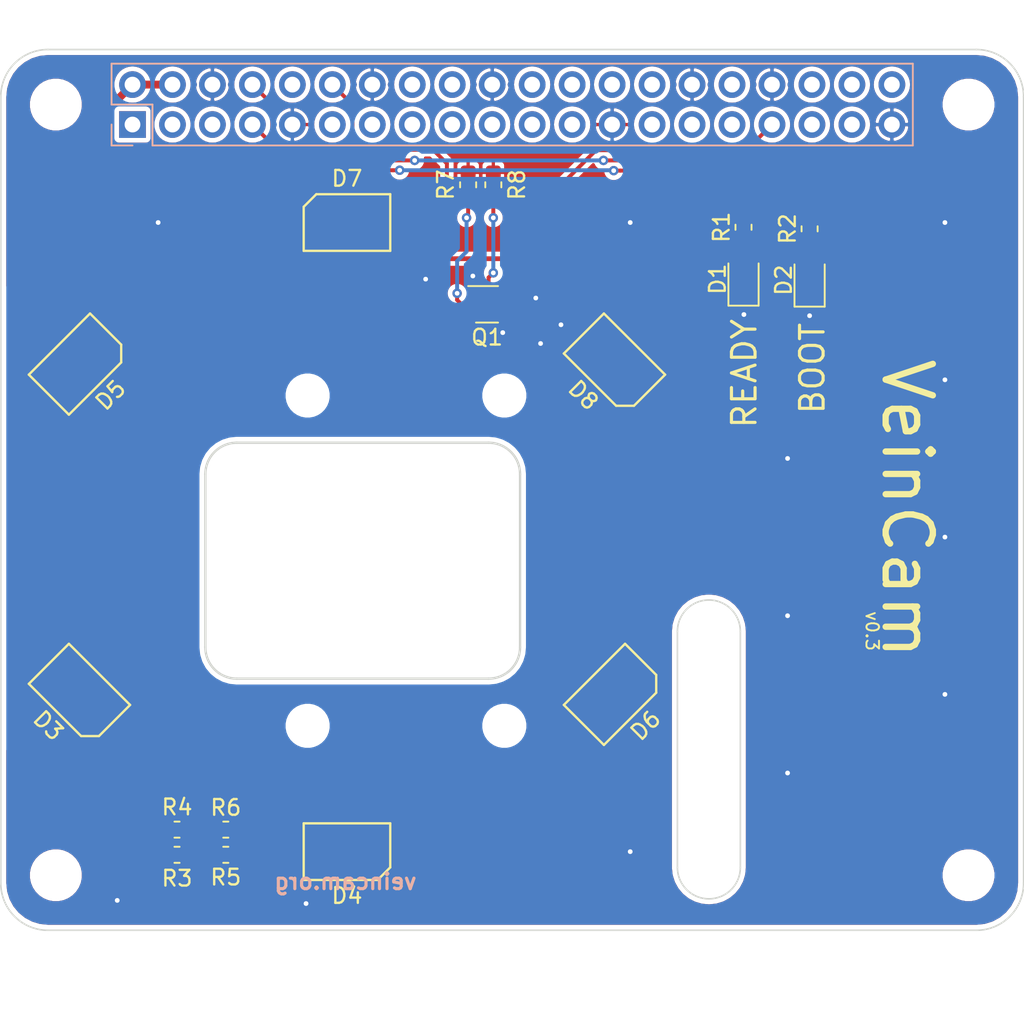
<source format=kicad_pcb>
(kicad_pcb (version 20171130) (host pcbnew "(5.1.0)-1")
  (title_block (date "15 nov 2012"))
  (layers (0 F.Cu signal) (31 B.Cu signal) (34 B.Paste user) (35 F.Paste user) (36 B.SilkS user) (37 F.SilkS user) (38 B.Mask user) (39 F.Mask user) (44 Edge.Cuts user))
  (net 0 "")
  (net 1 +5V)
  (net 2 GND)
  (net 3 "Net-(D1-Pad2)")
  (net 4 "Net-(D2-Pad2)")
  (net 5 "Net-(D3-Pad1)")
  (net 6 "Net-(D3-Pad3)")
  (net 7 "Net-(D4-Pad3)")
  (net 8 "Net-(D4-Pad1)")
  (net 9 "Net-(D5-Pad3)")
  (net 10 "Net-(D5-Pad1)")
  (net 11 /LED_READY)
  (net 12 /LED_BOOT)
  (net 13 /LED_940)
  (net 14 /LED_850)
  (net 15 "Net-(D3-Pad2)")
  (net 16 "Net-(D3-Pad4)")
  (net 17 "Net-(D4-Pad4)")
  (net 18 "Net-(D4-Pad2)")
  (net 19 "Net-(D6-Pad1)")
  (net 20 "Net-(D6-Pad3)")
  (net 21 "Net-(D7-Pad1)")
  (net 22 "Net-(D7-Pad3)")
  (net 23 "Net-(J1-Pad1)")
  (net 24 "Net-(J1-Pad3)")
  (net 25 "Net-(J1-Pad5)")
  (net 26 "Net-(J1-Pad10)")
  (net 27 "Net-(J1-Pad11)")
  (net 28 "Net-(J1-Pad13)")
  (net 29 "Net-(J1-Pad15)")
  (net 30 "Net-(J1-Pad16)")
  (net 31 "Net-(J1-Pad17)")
  (net 32 "Net-(J1-Pad18)")
  (net 33 "Net-(J1-Pad19)")
  (net 34 "Net-(J1-Pad21)")
  (net 35 "Net-(J1-Pad22)")
  (net 36 "Net-(J1-Pad23)")
  (net 37 "Net-(J1-Pad24)")
  (net 38 "Net-(J1-Pad26)")
  (net 39 "Net-(J1-Pad27)")
  (net 40 "Net-(J1-Pad28)")
  (net 41 "Net-(J1-Pad29)")
  (net 42 "Net-(J1-Pad31)")
  (net 43 "Net-(J1-Pad32)")
  (net 44 "Net-(J1-Pad35)")
  (net 45 "Net-(J1-Pad36)")
  (net 46 "Net-(J1-Pad37)")
  (net 47 "Net-(J1-Pad38)")
  (net 48 "Net-(J1-Pad40)")
  (module Connector_PinSocket_2.54mm:PinSocket_2x20_P2.54mm_Vertical (layer B.Cu) (at 208.37 98.77 270)
    (fp_text reference J1)
    (fp_text value Raspberry_Pi_2_3)
    (fp_line (start -3.87 1.33) (end -1.27 1.33) (layer B.SilkS) (width 0.12))
    (fp_line (start -3.87 1.33) (end -3.87 -49.59) (layer B.SilkS) (width 0.12))
    (fp_line (start -3.87 -49.59) (end 1.33 -49.59) (layer B.SilkS) (width 0.12))
    (fp_line (start 1.33 -1.27) (end 1.33 -49.59) (layer B.SilkS) (width 0.12))
    (fp_line (start -1.27 -1.27) (end 1.33 -1.27) (layer B.SilkS) (width 0.12))
    (fp_line (start -1.27 1.33) (end -1.27 -1.27) (layer B.SilkS) (width 0.12))
    (fp_line (start 1.33 1.33) (end 1.33 0) (layer B.SilkS) (width 0.12))
    (fp_line (start 0 1.33) (end 1.33 1.33) (layer B.SilkS) (width 0.12))
    (pad 1 thru_hole rect (at 0 0 270) (size 1.7 1.7) (drill 1) (layers *.Cu *.Mask) (net 23 "Net-(J1-Pad1)"))
    (pad 2 thru_hole oval (at -2.54 0 270) (size 1.7 1.7) (drill 1) (layers *.Cu *.Mask) (net 1 +5V))
    (pad 3 thru_hole oval (at 0 -2.54 270) (size 1.7 1.7) (drill 1) (layers *.Cu *.Mask) (net 24 "Net-(J1-Pad3)"))
    (pad 4 thru_hole oval (at -2.54 -2.54 270) (size 1.7 1.7) (drill 1) (layers *.Cu *.Mask) (net 1 +5V))
    (pad 5 thru_hole oval (at 0 -5.08 270) (size 1.7 1.7) (drill 1) (layers *.Cu *.Mask) (net 25 "Net-(J1-Pad5)"))
    (pad 6 thru_hole oval (at -2.54 -5.08 270) (size 1.7 1.7) (drill 1) (layers *.Cu *.Mask) (net 2 GND))
    (pad 7 thru_hole oval (at 0 -7.62 270) (size 1.7 1.7) (drill 1) (layers *.Cu *.Mask) (net 11 /LED_READY))
    (pad 8 thru_hole oval (at -2.54 -7.62 270) (size 1.7 1.7) (drill 1) (layers *.Cu *.Mask) (net 12 /LED_BOOT))
    (pad 9 thru_hole oval (at 0 -10.16 270) (size 1.7 1.7) (drill 1) (layers *.Cu *.Mask) (net 2 GND))
    (pad 10 thru_hole oval (at -2.54 -10.16 270) (size 1.7 1.7) (drill 1) (layers *.Cu *.Mask) (net 26 "Net-(J1-Pad10)"))
    (pad 11 thru_hole oval (at 0 -12.7 270) (size 1.7 1.7) (drill 1) (layers *.Cu *.Mask) (net 27 "Net-(J1-Pad11)"))
    (pad 12 thru_hole oval (at -2.54 -12.7 270) (size 1.7 1.7) (drill 1) (layers *.Cu *.Mask) (net 13 /LED_940))
    (pad 13 thru_hole oval (at 0 -15.24 270) (size 1.7 1.7) (drill 1) (layers *.Cu *.Mask) (net 28 "Net-(J1-Pad13)"))
    (pad 14 thru_hole oval (at -2.54 -15.24 270) (size 1.7 1.7) (drill 1) (layers *.Cu *.Mask) (net 2 GND))
    (pad 15 thru_hole oval (at 0 -17.78 270) (size 1.7 1.7) (drill 1) (layers *.Cu *.Mask) (net 29 "Net-(J1-Pad15)"))
    (pad 16 thru_hole oval (at -2.54 -17.78 270) (size 1.7 1.7) (drill 1) (layers *.Cu *.Mask) (net 30 "Net-(J1-Pad16)"))
    (pad 17 thru_hole oval (at 0 -20.32 270) (size 1.7 1.7) (drill 1) (layers *.Cu *.Mask) (net 31 "Net-(J1-Pad17)"))
    (pad 18 thru_hole oval (at -2.54 -20.32 270) (size 1.7 1.7) (drill 1) (layers *.Cu *.Mask) (net 32 "Net-(J1-Pad18)"))
    (pad 19 thru_hole oval (at 0 -22.86 270) (size 1.7 1.7) (drill 1) (layers *.Cu *.Mask) (net 33 "Net-(J1-Pad19)"))
    (pad 20 thru_hole oval (at -2.54 -22.86 270) (size 1.7 1.7) (drill 1) (layers *.Cu *.Mask) (net 2 GND))
    (pad 21 thru_hole oval (at 0 -25.4 270) (size 1.7 1.7) (drill 1) (layers *.Cu *.Mask) (net 34 "Net-(J1-Pad21)"))
    (pad 22 thru_hole oval (at -2.54 -25.4 270) (size 1.7 1.7) (drill 1) (layers *.Cu *.Mask) (net 35 "Net-(J1-Pad22)"))
    (pad 23 thru_hole oval (at 0 -27.94 270) (size 1.7 1.7) (drill 1) (layers *.Cu *.Mask) (net 36 "Net-(J1-Pad23)"))
    (pad 24 thru_hole oval (at -2.54 -27.94 270) (size 1.7 1.7) (drill 1) (layers *.Cu *.Mask) (net 37 "Net-(J1-Pad24)"))
    (pad 25 thru_hole oval (at 0 -30.48 270) (size 1.7 1.7) (drill 1) (layers *.Cu *.Mask) (net 2 GND))
    (pad 26 thru_hole oval (at -2.54 -30.48 270) (size 1.7 1.7) (drill 1) (layers *.Cu *.Mask) (net 38 "Net-(J1-Pad26)"))
    (pad 27 thru_hole oval (at 0 -33.02 270) (size 1.7 1.7) (drill 1) (layers *.Cu *.Mask) (net 39 "Net-(J1-Pad27)"))
    (pad 28 thru_hole oval (at -2.54 -33.02 270) (size 1.7 1.7) (drill 1) (layers *.Cu *.Mask) (net 40 "Net-(J1-Pad28)"))
    (pad 29 thru_hole oval (at 0 -35.56 270) (size 1.7 1.7) (drill 1) (layers *.Cu *.Mask) (net 41 "Net-(J1-Pad29)"))
    (pad 30 thru_hole oval (at -2.54 -35.56 270) (size 1.7 1.7) (drill 1) (layers *.Cu *.Mask) (net 2 GND))
    (pad 31 thru_hole oval (at 0 -38.1 270) (size 1.7 1.7) (drill 1) (layers *.Cu *.Mask) (net 42 "Net-(J1-Pad31)"))
    (pad 32 thru_hole oval (at -2.54 -38.1 270) (size 1.7 1.7) (drill 1) (layers *.Cu *.Mask) (net 43 "Net-(J1-Pad32)"))
    (pad 33 thru_hole oval (at 0 -40.64 270) (size 1.7 1.7) (drill 1) (layers *.Cu *.Mask) (net 14 /LED_850))
    (pad 34 thru_hole oval (at -2.54 -40.64 270) (size 1.7 1.7) (drill 1) (layers *.Cu *.Mask) (net 2 GND))
    (pad 35 thru_hole oval (at 0 -43.18 270) (size 1.7 1.7) (drill 1) (layers *.Cu *.Mask) (net 44 "Net-(J1-Pad35)"))
    (pad 36 thru_hole oval (at -2.54 -43.18 270) (size 1.7 1.7) (drill 1) (layers *.Cu *.Mask) (net 45 "Net-(J1-Pad36)"))
    (pad 37 thru_hole oval (at 0 -45.72 270) (size 1.7 1.7) (drill 1) (layers *.Cu *.Mask) (net 46 "Net-(J1-Pad37)"))
    (pad 38 thru_hole oval (at -2.54 -45.72 270) (size 1.7 1.7) (drill 1) (layers *.Cu *.Mask) (net 47 "Net-(J1-Pad38)"))
    (pad 39 thru_hole oval (at 0 -48.26 270) (size 1.7 1.7) (drill 1) (layers *.Cu *.Mask) (net 2 GND))
    (pad 40 thru_hole oval (at -2.54 -48.26 270) (size 1.7 1.7) (drill 1) (layers *.Cu *.Mask) (net 48 "Net-(J1-Pad40)"))
  )
  (module VeinCam_Footprints:SFH7252 (layer F.Cu) (at 205 135 45)
    (fp_text reference D3 (at -2.8 0 135) (layer F.SilkS))
    (fp_text value SFH7252)
    (fp_line (start -1 2.75) (end -1.8 1.95) (layer F.SilkS) (width 0.15))
    (fp_line (start -1.8 1.95) (end -1.8 -2.75) (layer F.SilkS) (width 0.15))
    (fp_line (start -1.8 -2.75) (end 1.8 -2.75) (layer F.SilkS) (width 0.15))
    (fp_line (start 1.8 -2.75) (end 1.8 2.75) (layer F.SilkS) (width 0.15))
    (fp_line (start 1.8 2.75) (end -1 2.75) (layer F.SilkS) (width 0.15))
    (pad 2 smd rect (at -0.750001 -1.4 45) (size 1.1 1.7) (layers F.Cu F.Paste F.Mask) (net 15 "Net-(D3-Pad2)"))
    (pad 1 smd rect (at -0.750001 1.4 45) (size 1.1 1.7) (layers F.Cu F.Paste F.Mask) (net 5 "Net-(D3-Pad1)"))
    (pad 3 smd rect (at 0.750001 -1.4 45) (size 1.1 1.7) (layers F.Cu F.Paste F.Mask) (net 6 "Net-(D3-Pad3)"))
    (pad 4 smd rect (at 0.750001 1.4 45) (size 1.1 1.7) (layers F.Cu F.Paste F.Mask) (net 16 "Net-(D3-Pad4)"))
  )
  (module VeinCam_Footprints:SFH7252 (layer F.Cu) (at 222 145 90)
    (fp_text reference D4 (at -2.8 0 180) (layer F.SilkS))
    (fp_text value SFH7252)
    (fp_line (start 1.8 2.75) (end -1 2.75) (layer F.SilkS) (width 0.15))
    (fp_line (start 1.8 -2.75) (end 1.8 2.75) (layer F.SilkS) (width 0.15))
    (fp_line (start -1.8 -2.75) (end 1.8 -2.75) (layer F.SilkS) (width 0.15))
    (fp_line (start -1.8 1.95) (end -1.8 -2.75) (layer F.SilkS) (width 0.15))
    (fp_line (start -1 2.75) (end -1.8 1.95) (layer F.SilkS) (width 0.15))
    (pad 4 smd rect (at 0.750001 1.4 90) (size 1.1 1.7) (layers F.Cu F.Paste F.Mask) (net 17 "Net-(D4-Pad4)"))
    (pad 3 smd rect (at 0.750001 -1.4 90) (size 1.1 1.7) (layers F.Cu F.Paste F.Mask) (net 7 "Net-(D4-Pad3)"))
    (pad 1 smd rect (at -0.750001 1.4 90) (size 1.1 1.7) (layers F.Cu F.Paste F.Mask) (net 8 "Net-(D4-Pad1)"))
    (pad 2 smd rect (at -0.750001 -1.4 90) (size 1.1 1.7) (layers F.Cu F.Paste F.Mask) (net 18 "Net-(D4-Pad2)"))
  )
  (module VeinCam_Footprints:SFH7252 (layer F.Cu) (at 205 114 135)
    (fp_text reference D5 (at -2.8 0 225) (layer F.SilkS))
    (fp_text value SFH7252)
    (fp_line (start 1.8 2.75) (end -1 2.75) (layer F.SilkS) (width 0.15))
    (fp_line (start 1.8 -2.75) (end 1.8 2.75) (layer F.SilkS) (width 0.15))
    (fp_line (start -1.8 -2.75) (end 1.8 -2.75) (layer F.SilkS) (width 0.15))
    (fp_line (start -1.8 1.95) (end -1.8 -2.75) (layer F.SilkS) (width 0.15))
    (fp_line (start -1 2.75) (end -1.8 1.95) (layer F.SilkS) (width 0.15))
    (pad 4 smd rect (at 0.750001 1.4 135) (size 1.1 1.7) (layers F.Cu F.Paste F.Mask) (net 6 "Net-(D3-Pad3)"))
    (pad 3 smd rect (at 0.750001 -1.4 135) (size 1.1 1.7) (layers F.Cu F.Paste F.Mask) (net 9 "Net-(D5-Pad3)"))
    (pad 1 smd rect (at -0.750001 1.4 135) (size 1.1 1.7) (layers F.Cu F.Paste F.Mask) (net 10 "Net-(D5-Pad1)"))
    (pad 2 smd rect (at -0.750001 -1.4 135) (size 1.1 1.7) (layers F.Cu F.Paste F.Mask) (net 5 "Net-(D3-Pad1)"))
  )
  (module VeinCam_Footprints:SFH7252 (layer F.Cu) (at 239 135 135)
    (fp_text reference D6 (at -2.8 0 225) (layer F.SilkS))
    (fp_text value SFH7252)
    (fp_line (start -1 2.75) (end -1.8 1.95) (layer F.SilkS) (width 0.15))
    (fp_line (start -1.8 1.95) (end -1.8 -2.75) (layer F.SilkS) (width 0.15))
    (fp_line (start -1.8 -2.75) (end 1.8 -2.75) (layer F.SilkS) (width 0.15))
    (fp_line (start 1.8 -2.75) (end 1.8 2.75) (layer F.SilkS) (width 0.15))
    (fp_line (start 1.8 2.75) (end -1 2.75) (layer F.SilkS) (width 0.15))
    (pad 2 smd rect (at -0.750001 -1.4 135) (size 1.1 1.7) (layers F.Cu F.Paste F.Mask) (net 8 "Net-(D4-Pad1)"))
    (pad 1 smd rect (at -0.750001 1.4 135) (size 1.1 1.7) (layers F.Cu F.Paste F.Mask) (net 19 "Net-(D6-Pad1)"))
    (pad 3 smd rect (at 0.750001 -1.4 135) (size 1.1 1.7) (layers F.Cu F.Paste F.Mask) (net 20 "Net-(D6-Pad3)"))
    (pad 4 smd rect (at 0.750001 1.4 135) (size 1.1 1.7) (layers F.Cu F.Paste F.Mask) (net 7 "Net-(D4-Pad3)"))
  )
  (module MountingHole:MountingHole_2.7mm_M2.5 (layer F.Cu) (at 203.5 97.5)
    (fp_text reference H1)
    (fp_text value MountingHole)
    (pad 1 np_thru_hole circle (at 0 0) (size 2.7 2.7) (drill 2.7) (layers *.Cu *.Mask))
  )
  (module MountingHole:MountingHole_2.7mm_M2.5 (layer F.Cu) (at 203.5 146.5)
    (fp_text reference H2)
    (fp_text value MountingHole)
    (pad 1 np_thru_hole circle (at 0 0) (size 2.7 2.7) (drill 2.7) (layers *.Cu *.Mask))
  )
  (module MountingHole:MountingHole_2.7mm_M2.5 (layer F.Cu) (at 261.5 146.5)
    (fp_text reference H3)
    (fp_text value MountingHole)
    (pad 1 np_thru_hole circle (at 0 0) (size 2.7 2.7) (drill 2.7) (layers *.Cu *.Mask))
  )
  (module MountingHole:MountingHole_2.7mm_M2.5 (layer F.Cu) (at 261.5 97.5)
    (fp_text reference H4)
    (fp_text value MountingHole)
    (pad 1 np_thru_hole circle (at 0 0) (size 2.7 2.7) (drill 2.7) (layers *.Cu *.Mask))
  )
  (module Package_TO_SOT_SMD:SOT-363_SC-70-6 (layer F.Cu) (at 230.9 110.2)
    (fp_text reference Q1 (at 0 2.1) (layer F.SilkS))
    (fp_text value NTJD4001N)
    (fp_line (start 0.7 -1.16) (end -1.2 -1.16) (layer F.SilkS) (width 0.12))
    (fp_line (start -0.7 1.16) (end 0.7 1.16) (layer F.SilkS) (width 0.12))
    (pad 1 smd rect (at -0.95 -0.65) (size 0.65 0.4) (layers F.Cu F.Paste F.Mask) (net 2 GND))
    (pad 3 smd rect (at -0.95 0.65) (size 0.65 0.4) (layers F.Cu F.Paste F.Mask) (net 21 "Net-(D7-Pad1)"))
    (pad 5 smd rect (at 0.95 0) (size 0.65 0.4) (layers F.Cu F.Paste F.Mask) (net 14 /LED_850))
    (pad 2 smd rect (at -0.95 0) (size 0.65 0.4) (layers F.Cu F.Paste F.Mask) (net 13 /LED_940))
    (pad 4 smd rect (at 0.95 0.65) (size 0.65 0.4) (layers F.Cu F.Paste F.Mask) (net 2 GND))
    (pad 6 smd rect (at 0.95 -0.65) (size 0.65 0.4) (layers F.Cu F.Paste F.Mask) (net 22 "Net-(D7-Pad3)"))
  )
  (module Resistor_SMD:R_0603_1608Metric (layer F.Cu) (at 247.2 105.3 270)
    (fp_text reference R1 (at 0 1.4 270) (layer F.SilkS))
    (fp_text value 1k)
    (fp_line (start -0.162779 0.51) (end 0.162779 0.51) (layer F.SilkS) (width 0.12))
    (fp_line (start -0.162779 -0.51) (end 0.162779 -0.51) (layer F.SilkS) (width 0.12))
    (pad 2 smd roundrect (at 0.7875 0 270) (size 0.875 0.95) (layers F.Cu F.Paste F.Mask) (net 3 "Net-(D1-Pad2)"))
    (pad 1 smd roundrect (at -0.7875 0 270) (size 0.875 0.95) (layers F.Cu F.Paste F.Mask) (net 11 /LED_READY))
  )
  (module Resistor_SMD:R_0603_1608Metric (layer F.Cu) (at 251.4 105.4 270)
    (fp_text reference R2 (at 0 1.4 270) (layer F.SilkS))
    (fp_text value 1k)
    (fp_line (start -0.162779 -0.51) (end 0.162779 -0.51) (layer F.SilkS) (width 0.12))
    (fp_line (start -0.162779 0.51) (end 0.162779 0.51) (layer F.SilkS) (width 0.12))
    (pad 1 smd roundrect (at -0.7875 0 270) (size 0.875 0.95) (layers F.Cu F.Paste F.Mask) (net 12 /LED_BOOT))
    (pad 2 smd roundrect (at 0.7875 0 270) (size 0.875 0.95) (layers F.Cu F.Paste F.Mask) (net 4 "Net-(D2-Pad2)"))
  )
  (module Resistor_SMD:R_0603_1608Metric (layer F.Cu) (at 211.2 145.2)
    (fp_text reference R3 (at 0 1.5) (layer F.SilkS))
    (fp_text value 3R3)
    (fp_line (start -0.162779 0.51) (end 0.162779 0.51) (layer F.SilkS) (width 0.12))
    (fp_line (start -0.162779 -0.51) (end 0.162779 -0.51) (layer F.SilkS) (width 0.12))
    (pad 2 smd roundrect (at 0.7875 0) (size 0.875 0.95) (layers F.Cu F.Paste F.Mask) (net 1 +5V))
    (pad 1 smd roundrect (at -0.7875 0) (size 0.875 0.95) (layers F.Cu F.Paste F.Mask) (net 15 "Net-(D3-Pad2)"))
  )
  (module Resistor_SMD:R_0603_1608Metric (layer F.Cu) (at 211.2 143.6)
    (fp_text reference R4 (at 0 -1.43) (layer F.SilkS))
    (fp_text value 3R3)
    (fp_line (start -0.162779 -0.51) (end 0.162779 -0.51) (layer F.SilkS) (width 0.12))
    (fp_line (start -0.162779 0.51) (end 0.162779 0.51) (layer F.SilkS) (width 0.12))
    (pad 1 smd roundrect (at -0.7875 0) (size 0.875 0.95) (layers F.Cu F.Paste F.Mask) (net 16 "Net-(D3-Pad4)"))
    (pad 2 smd roundrect (at 0.7875 0) (size 0.875 0.95) (layers F.Cu F.Paste F.Mask) (net 1 +5V))
  )
  (module Resistor_SMD:R_0603_1608Metric (layer F.Cu) (at 214.3 145.2 180)
    (fp_text reference R5 (at 0 -1.43 180) (layer F.SilkS))
    (fp_text value 3R3)
    (fp_line (start -0.162779 0.51) (end 0.162779 0.51) (layer F.SilkS) (width 0.12))
    (fp_line (start -0.162779 -0.51) (end 0.162779 -0.51) (layer F.SilkS) (width 0.12))
    (pad 2 smd roundrect (at 0.7875 0 180) (size 0.875 0.95) (layers F.Cu F.Paste F.Mask) (net 1 +5V))
    (pad 1 smd roundrect (at -0.7875 0 180) (size 0.875 0.95) (layers F.Cu F.Paste F.Mask) (net 18 "Net-(D4-Pad2)"))
  )
  (module Resistor_SMD:R_0603_1608Metric (layer F.Cu) (at 214.3 143.6 180)
    (fp_text reference R6 (at 0 1.4 180) (layer F.SilkS))
    (fp_text value 3R3)
    (fp_line (start -0.162779 -0.51) (end 0.162779 -0.51) (layer F.SilkS) (width 0.12))
    (fp_line (start -0.162779 0.51) (end 0.162779 0.51) (layer F.SilkS) (width 0.12))
    (pad 1 smd roundrect (at -0.7875 0 180) (size 0.875 0.95) (layers F.Cu F.Paste F.Mask) (net 17 "Net-(D4-Pad4)"))
    (pad 2 smd roundrect (at 0.7875 0 180) (size 0.875 0.95) (layers F.Cu F.Paste F.Mask) (net 1 +5V))
  )
  (module Resistor_SMD:R_0603_1608Metric (layer F.Cu) (at 231.3 102.6 90)
    (fp_text reference R8 (at 0 1.5 90) (layer F.SilkS))
    (fp_text value 10k)
    (fp_line (start -0.162779 0.51) (end 0.162779 0.51) (layer F.SilkS) (width 0.12))
    (fp_line (start -0.162779 -0.51) (end 0.162779 -0.51) (layer F.SilkS) (width 0.12))
    (pad 2 smd roundrect (at 0.7875 0 90) (size 0.875 0.95) (layers F.Cu F.Paste F.Mask) (net 2 GND))
    (pad 1 smd roundrect (at -0.7875 0 90) (size 0.875 0.95) (layers F.Cu F.Paste F.Mask) (net 14 /LED_850))
  )
  (module LED_SMD:LED_0805_2012Metric (layer F.Cu) (at 247.2 108.6 90)
    (fp_text reference D1 (at 0 -1.65 90) (layer F.SilkS))
    (fp_text value "GREEN LED")
    (fp_line (start -1.685 0.96) (end 1 0.96) (layer F.SilkS) (width 0.12))
    (fp_line (start -1.685 -0.96) (end -1.685 0.96) (layer F.SilkS) (width 0.12))
    (fp_line (start 1 -0.96) (end -1.685 -0.96) (layer F.SilkS) (width 0.12))
    (pad 2 smd roundrect (at 0.9375 0 90) (size 0.975 1.4) (layers F.Cu F.Paste F.Mask) (net 3 "Net-(D1-Pad2)"))
    (pad 1 smd roundrect (at -0.9375 0 90) (size 0.975 1.4) (layers F.Cu F.Paste F.Mask) (net 2 GND))
  )
  (module LED_SMD:LED_0805_2012Metric (layer F.Cu) (at 251.4 108.6625 90)
    (fp_text reference D2 (at 0 -1.65 90) (layer F.SilkS))
    (fp_text value "RED LED")
    (fp_line (start 1 -0.96) (end -1.685 -0.96) (layer F.SilkS) (width 0.12))
    (fp_line (start -1.685 -0.96) (end -1.685 0.96) (layer F.SilkS) (width 0.12))
    (fp_line (start -1.685 0.96) (end 1 0.96) (layer F.SilkS) (width 0.12))
    (pad 1 smd roundrect (at -0.9375 0 90) (size 0.975 1.4) (layers F.Cu F.Paste F.Mask) (net 2 GND))
    (pad 2 smd roundrect (at 0.9375 0 90) (size 0.975 1.4) (layers F.Cu F.Paste F.Mask) (net 4 "Net-(D2-Pad2)"))
  )
  (module VeinCam_Footprints:SFH7252 (layer F.Cu) (at 222 105 270)
    (fp_text reference D7 (at -2.8 0) (layer F.SilkS))
    (fp_text value SFH7252)
    (fp_line (start -1 2.75) (end -1.8 1.95) (layer F.SilkS) (width 0.15))
    (fp_line (start -1.8 1.95) (end -1.8 -2.75) (layer F.SilkS) (width 0.15))
    (fp_line (start -1.8 -2.75) (end 1.8 -2.75) (layer F.SilkS) (width 0.15))
    (fp_line (start 1.8 -2.75) (end 1.8 2.75) (layer F.SilkS) (width 0.15))
    (fp_line (start 1.8 2.75) (end -1 2.75) (layer F.SilkS) (width 0.15))
    (pad 2 smd rect (at -0.75 -1.4 270) (size 1.1 1.7) (layers F.Cu F.Paste F.Mask) (net 10 "Net-(D5-Pad1)"))
    (pad 1 smd rect (at -0.75 1.4 270) (size 1.1 1.7) (layers F.Cu F.Paste F.Mask) (net 21 "Net-(D7-Pad1)"))
    (pad 3 smd rect (at 0.75 -1.4 270) (size 1.1 1.7) (layers F.Cu F.Paste F.Mask) (net 22 "Net-(D7-Pad3)"))
    (pad 4 smd rect (at 0.75 1.4 270) (size 1.1 1.7) (layers F.Cu F.Paste F.Mask) (net 9 "Net-(D5-Pad3)"))
  )
  (module VeinCam_Footprints:SFH7252 (layer F.Cu) (at 239 114 45)
    (fp_text reference D8 (at -2.8 0 135) (layer F.SilkS))
    (fp_text value SFH7252)
    (fp_line (start 1.8 2.75) (end -1 2.75) (layer F.SilkS) (width 0.15))
    (fp_line (start 1.8 -2.75) (end 1.8 2.75) (layer F.SilkS) (width 0.15))
    (fp_line (start -1.8 -2.75) (end 1.8 -2.75) (layer F.SilkS) (width 0.15))
    (fp_line (start -1.8 1.95) (end -1.8 -2.75) (layer F.SilkS) (width 0.15))
    (fp_line (start -1 2.75) (end -1.8 1.95) (layer F.SilkS) (width 0.15))
    (pad 4 smd rect (at 0.750001 1.4 45) (size 1.1 1.7) (layers F.Cu F.Paste F.Mask) (net 20 "Net-(D6-Pad3)"))
    (pad 3 smd rect (at 0.750001 -1.4 45) (size 1.1 1.7) (layers F.Cu F.Paste F.Mask) (net 22 "Net-(D7-Pad3)"))
    (pad 1 smd rect (at -0.750001 1.4 45) (size 1.1 1.7) (layers F.Cu F.Paste F.Mask) (net 21 "Net-(D7-Pad1)"))
    (pad 2 smd rect (at -0.750001 -1.4 45) (size 1.1 1.7) (layers F.Cu F.Paste F.Mask) (net 19 "Net-(D6-Pad1)"))
  )
  (module Resistor_SMD:R_0603_1608Metric (layer F.Cu) (at 229.7 102.6 90)
    (fp_text reference R7 (at 0 -1.43 90) (layer F.SilkS))
    (fp_text value 10k)
    (fp_line (start -0.162779 -0.51) (end 0.162779 -0.51) (layer F.SilkS) (width 0.12))
    (fp_line (start -0.162779 0.51) (end 0.162779 0.51) (layer F.SilkS) (width 0.12))
    (pad 1 smd roundrect (at -0.7875 0 90) (size 0.875 0.95) (layers F.Cu F.Paste F.Mask) (net 13 /LED_940))
    (pad 2 smd roundrect (at 0.7875 0 90) (size 0.875 0.95) (layers F.Cu F.Paste F.Mask) (net 2 GND))
  )
  (module VeinCam_Footprints:PiCamera (layer F.Cu) (at 222 126 270)
    (fp_text reference TP1)
    (fp_text value "Camera Outline")
    (fp_arc (start 6 -9) (end 8 -9) (angle -90) (layer Edge.Cuts) (width 0.15))
    (fp_arc (start -5 -9) (end -5 -11) (angle -90) (layer Edge.Cuts) (width 0.15))
    (fp_arc (start -5 7) (end -7 7) (angle -90) (layer Edge.Cuts) (width 0.15))
    (fp_arc (start 6 7) (end 6 9) (angle -90) (layer Edge.Cuts) (width 0.15))
    (fp_line (start -7 -9) (end -7 7) (layer Edge.Cuts) (width 0.15))
    (fp_line (start 6 -11) (end -5 -11) (layer Edge.Cuts) (width 0.15))
    (fp_line (start 8 7) (end 8 -9) (layer Edge.Cuts) (width 0.15))
    (fp_line (start -5 9) (end 6 9) (layer Edge.Cuts) (width 0.15))
    (pad "" np_thru_hole circle (at 11 2.5 270) (size 2.2 2.2) (drill 2.2) (layers *.Cu *.Mask))
    (pad "" np_thru_hole circle (at -10 2.5 270) (size 2.2 2.2) (drill 2.2) (layers *.Cu *.Mask))
    (pad "" np_thru_hole circle (at 11 -10 270) (size 2.2 2.2) (drill 2.2) (layers *.Cu *.Mask))
    (pad "" np_thru_hole circle (at -10 -10 270) (size 2.2 2.2) (drill 2.2) (layers *.Cu *.Mask))
  )
  (gr_text veincam.org (at 221.9 146.9) (layer B.SilkS) (effects (font (size 1 1) (thickness 0.2)) (justify mirror)))
  (gr_text v0.3 (at 255.375 130.975 270) (layer F.SilkS) (effects (font (size 0.8 0.8) (thickness 0.12))))
  (gr_text VeinCam (at 257.6 123.2 270) (layer F.SilkS) (effects (font (size 3 3) (thickness 0.4))))
  (gr_text BOOT (at 251.575 114.275 90) (layer F.SilkS) (effects (font (size 1.5 1.5) (thickness 0.2))))
  (gr_text READY (at 247.25 114.6 90) (layer F.SilkS) (effects (font (size 1.5 1.5) (thickness 0.2))))
  (gr_arc (start 245 146) (end 243 146) (angle -180) (layer Edge.Cuts) (width 0.1))
  (gr_arc (start 245 131) (end 247 131) (angle -180) (layer Edge.Cuts) (width 0.1))
  (gr_line (start 200 147) (end 200 97) (layer Edge.Cuts) (width 0.1))
  (gr_line (start 243 146) (end 243 131) (layer Edge.Cuts) (width 0.1))
  (gr_line (start 247 131) (end 247 146) (layer Edge.Cuts) (width 0.1))
  (gr_arc (start 262 97) (end 262 94) (angle 90) (layer Edge.Cuts) (width 0.1))
  (gr_arc (start 262 147) (end 265 147) (angle 90) (layer Edge.Cuts) (width 0.1))
  (gr_arc (start 203 147) (end 203 150) (angle 90) (layer Edge.Cuts) (width 0.1))
  (gr_arc (start 203 97) (end 200 97) (angle 90) (layer Edge.Cuts) (width 0.1))
  (gr_line (start 262 94) (end 203 94) (layer Edge.Cuts) (width 0.1))
  (gr_line (start 265 147) (end 265 97) (layer Edge.Cuts) (width 0.1))
  (gr_line (start 203 150) (end 262 150) (layer Edge.Cuts) (width 0.1))
  (segment (start 210.91 96.23) (end 208.37 96.23) (width 0.5) (layer F.Cu) (net 1))
  (segment (start 206.6 98) (end 206.6 103.8) (width 0.5) (layer F.Cu) (net 1))
  (segment (start 208.37 96.23) (end 206.6 98) (width 0.5) (layer F.Cu) (net 1))
  (segment (start 212.425 146.7) (end 212.8 146.325) (width 0.5) (layer F.Cu) (net 1))
  (segment (start 206.6 103.8) (end 200.8 109.6) (width 0.5) (layer F.Cu) (net 1))
  (segment (start 200.8 109.6) (end 200.8 138) (width 0.5) (layer F.Cu) (net 1))
  (segment (start 200.8 138) (end 209.5 146.7) (width 0.5) (layer F.Cu) (net 1))
  (segment (start 209.5 146.7) (end 212.425 146.7) (width 0.5) (layer F.Cu) (net 1))
  (segment (start 212.95 143.6) (end 213.5125 143.6) (width 0.25) (layer F.Cu) (net 1))
  (segment (start 212.8 143.75) (end 212.95 143.6) (width 0.25) (layer F.Cu) (net 1))
  (segment (start 212.65 143.6) (end 211.9875 143.6) (width 0.25) (layer F.Cu) (net 1))
  (segment (start 212.8 143.75) (end 212.65 143.6) (width 0.25) (layer F.Cu) (net 1))
  (segment (start 212.8 145.2) (end 211.9875 145.2) (width 0.25) (layer F.Cu) (net 1))
  (segment (start 212.8 145.2) (end 212.8 143.75) (width 0.25) (layer F.Cu) (net 1))
  (segment (start 212.8 146.325) (end 212.8 145.2) (width 0.25) (layer F.Cu) (net 1))
  (segment (start 212.8 145.2) (end 213.5125 145.2) (width 0.25) (layer F.Cu) (net 1))
  (via (at 234 109.8) (size 0.6) (drill 0.3) (layers F.Cu B.Cu) (net 2))
  (via (at 235.6 111.5) (size 0.6) (drill 0.3) (layers F.Cu B.Cu) (net 2))
  (via (at 231.9 112) (size 0.6) (drill 0.3) (layers F.Cu B.Cu) (net 2))
  (via (at 230 108.4) (size 0.6) (drill 0.3) (layers F.Cu B.Cu) (net 2))
  (via (at 227 108.6) (size 0.6) (drill 0.3) (layers F.Cu B.Cu) (net 2))
  (via (at 260 105) (size 0.6) (drill 0.3) (layers F.Cu B.Cu) (net 2))
  (via (at 260 115) (size 0.6) (drill 0.3) (layers F.Cu B.Cu) (net 2))
  (via (at 260 125) (size 0.6) (drill 0.3) (layers F.Cu B.Cu) (net 2))
  (via (at 260 135) (size 0.6) (drill 0.3) (layers F.Cu B.Cu) (net 2))
  (via (at 250 120) (size 0.6) (drill 0.3) (layers F.Cu B.Cu) (net 2))
  (via (at 250 130) (size 0.6) (drill 0.3) (layers F.Cu B.Cu) (net 2))
  (via (at 250 140) (size 0.6) (drill 0.3) (layers F.Cu B.Cu) (net 2))
  (via (at 251.4 110.925) (size 0.6) (drill 0.3) (layers F.Cu B.Cu) (net 2))
  (via (at 240 105) (size 0.6) (drill 0.3) (layers F.Cu B.Cu) (net 2))
  (via (at 240 145) (size 0.6) (drill 0.3) (layers F.Cu B.Cu) (net 2))
  (via (at 210 105) (size 0.6) (drill 0.3) (layers F.Cu B.Cu) (net 2))
  (via (at 207.4 148.1) (size 0.6) (drill 0.3) (layers F.Cu B.Cu) (net 2))
  (via (at 219.4 148.3) (size 0.6) (drill 0.3) (layers F.Cu B.Cu) (net 2))
  (via (at 234.303234 112.691376) (size 0.6) (drill 0.3) (layers F.Cu B.Cu) (net 2))
  (via (at 247.225 110.85) (size 0.6) (drill 0.3) (layers F.Cu B.Cu) (net 2))
  (segment (start 247.2 107.6625) (end 247.2 106.0875) (width 0.25) (layer F.Cu) (net 3))
  (segment (start 251.4 107.725) (end 251.4 106.1875) (width 0.25) (layer F.Cu) (net 4))
  (segment (start 204.787869 135.84853) (end 205.459619 136.52028) (width 0.3) (layer F.Cu) (net 5))
  (segment (start 203.1 116.960661) (end 203.1 129.9) (width 0.3) (layer F.Cu) (net 5))
  (segment (start 204.540381 115.52028) (end 203.1 116.960661) (width 0.3) (layer F.Cu) (net 5))
  (segment (start 206.3 133.1) (end 206.3 133.7) (width 0.3) (layer F.Cu) (net 5))
  (segment (start 206.3 133.7) (end 204.787869 135.212131) (width 0.3) (layer F.Cu) (net 5))
  (segment (start 203.1 129.9) (end 206.3 133.1) (width 0.3) (layer F.Cu) (net 5))
  (segment (start 204.787869 135.212131) (end 204.787869 135.84853) (width 0.3) (layer F.Cu) (net 5))
  (segment (start 201.9 130.839339) (end 204.540381 133.47972) (width 0.3) (layer F.Cu) (net 6))
  (segment (start 201.9 113.3) (end 201.9 130.839339) (width 0.3) (layer F.Cu) (net 6))
  (segment (start 203.9 111.3) (end 201.9 113.3) (width 0.3) (layer F.Cu) (net 6))
  (segment (start 205.459619 112.47972) (end 204.279899 111.3) (width 0.3) (layer F.Cu) (net 6))
  (segment (start 204.279899 111.3) (end 203.9 111.3) (width 0.3) (layer F.Cu) (net 6))
  (segment (start 221.75 144.249999) (end 220.6 144.249999) (width 0.3) (layer F.Cu) (net 7))
  (segment (start 222.1 144.599999) (end 221.75 144.249999) (width 0.3) (layer F.Cu) (net 7))
  (segment (start 222.1 147.2) (end 222.1 144.599999) (width 0.3) (layer F.Cu) (net 7))
  (segment (start 238.787869 134.15147) (end 238.787869 134.787869) (width 0.3) (layer F.Cu) (net 7))
  (segment (start 239.459619 133.47972) (end 238.787869 134.15147) (width 0.3) (layer F.Cu) (net 7))
  (segment (start 222.4 147.5) (end 222.1 147.2) (width 0.3) (layer F.Cu) (net 7))
  (segment (start 238.787869 134.787869) (end 241 137) (width 0.3) (layer F.Cu) (net 7))
  (segment (start 241 137) (end 241 137.5) (width 0.3) (layer F.Cu) (net 7))
  (segment (start 241 137.5) (end 231 147.5) (width 0.3) (layer F.Cu) (net 7))
  (segment (start 231 147.5) (end 222.4 147.5) (width 0.3) (layer F.Cu) (net 7))
  (segment (start 230.449999 145.750001) (end 223.4 145.750001) (width 0.3) (layer F.Cu) (net 8))
  (segment (start 237.4 138.8) (end 230.449999 145.750001) (width 0.3) (layer F.Cu) (net 8))
  (segment (start 237.4 137.7) (end 237.4 138.8) (width 0.3) (layer F.Cu) (net 8))
  (segment (start 238.949519 136.587436) (end 238.512564 136.587436) (width 0.3) (layer F.Cu) (net 8))
  (segment (start 238.512564 136.587436) (end 237.4 137.7) (width 0.3) (layer F.Cu) (net 8))
  (segment (start 204.15147 113.787869) (end 203.47972 114.459619) (width 0.3) (layer F.Cu) (net 9))
  (segment (start 204.787869 113.787869) (end 204.15147 113.787869) (width 0.3) (layer F.Cu) (net 9))
  (segment (start 206 115) (end 204.787869 113.787869) (width 0.3) (layer F.Cu) (net 9))
  (segment (start 207.3 115) (end 206 115) (width 0.3) (layer F.Cu) (net 9))
  (segment (start 220.6 105.75) (end 216.55 105.75) (width 0.3) (layer F.Cu) (net 9))
  (segment (start 216.55 105.75) (end 207.3 115) (width 0.3) (layer F.Cu) (net 9))
  (segment (start 223.4 103.3) (end 223.4 104.25) (width 0.3) (layer F.Cu) (net 10))
  (segment (start 223.2 103.1) (end 223.4 103.3) (width 0.3) (layer F.Cu) (net 10))
  (segment (start 206.52028 113.540381) (end 216.960661 103.1) (width 0.3) (layer F.Cu) (net 10))
  (segment (start 216.960661 103.1) (end 223.2 103.1) (width 0.3) (layer F.Cu) (net 10))
  (segment (start 218.89501 101.67501) (end 224.925736 101.67501) (width 0.25) (layer F.Cu) (net 11))
  (segment (start 215.99 98.77) (end 218.89501 101.67501) (width 0.25) (layer F.Cu) (net 11))
  (segment (start 224.925736 101.67501) (end 225.35 101.67501) (width 0.25) (layer F.Cu) (net 11))
  (via (at 225.35 101.67501) (size 0.6) (drill 0.3) (layers F.Cu B.Cu) (net 11))
  (via (at 238.95 101.7) (size 0.6) (drill 0.3) (layers F.Cu B.Cu) (net 11))
  (segment (start 225.35 101.67501) (end 238.92501 101.67501) (width 0.25) (layer B.Cu) (net 11))
  (segment (start 238.92501 101.67501) (end 238.95 101.7) (width 0.25) (layer B.Cu) (net 11))
  (segment (start 239.374264 101.7) (end 238.95 101.7) (width 0.25) (layer F.Cu) (net 11))
  (segment (start 246.25 101.7) (end 239.374264 101.7) (width 0.25) (layer F.Cu) (net 11))
  (segment (start 247.2 104.5125) (end 247.2 102.65) (width 0.25) (layer F.Cu) (net 11))
  (segment (start 247.2 102.65) (end 246.25 101.7) (width 0.25) (layer F.Cu) (net 11))
  (via (at 226.3 101.05) (size 0.6) (drill 0.3) (layers F.Cu B.Cu) (net 12))
  (via (at 238.3 101.05) (size 0.6) (drill 0.3) (layers F.Cu B.Cu) (net 12))
  (segment (start 226.3 101.05) (end 238.3 101.05) (width 0.25) (layer B.Cu) (net 12))
  (segment (start 217.25 97.49) (end 215.99 96.23) (width 0.25) (layer F.Cu) (net 12))
  (segment (start 217.25 99.244492) (end 217.25 97.49) (width 0.25) (layer F.Cu) (net 12))
  (segment (start 226.3 101.05) (end 219.055508 101.05) (width 0.25) (layer F.Cu) (net 12))
  (segment (start 219.055508 101.05) (end 217.25 99.244492) (width 0.25) (layer F.Cu) (net 12))
  (segment (start 238.724264 101.05) (end 238.3 101.05) (width 0.25) (layer F.Cu) (net 12))
  (segment (start 249.075 101.05) (end 238.724264 101.05) (width 0.25) (layer F.Cu) (net 12))
  (segment (start 251.4 104.6125) (end 251.4 103.375) (width 0.25) (layer F.Cu) (net 12))
  (segment (start 251.4 103.375) (end 249.075 101.05) (width 0.25) (layer F.Cu) (net 12))
  (via (at 229.6 104.7) (size 0.6) (drill 0.3) (layers F.Cu B.Cu) (net 13))
  (via (at 229.000005 109.5) (size 0.6) (drill 0.3) (layers F.Cu B.Cu) (net 13))
  (segment (start 229.7 104.6) (end 229.6 104.7) (width 0.25) (layer F.Cu) (net 13))
  (segment (start 229.7 103.3875) (end 229.7 104.6) (width 0.25) (layer F.Cu) (net 13))
  (segment (start 229.6 104.7) (end 229.6 106.85) (width 0.25) (layer B.Cu) (net 13))
  (segment (start 229.000005 107.449995) (end 229.000005 109.5) (width 0.25) (layer B.Cu) (net 13))
  (segment (start 229.6 106.85) (end 229.000005 107.449995) (width 0.25) (layer B.Cu) (net 13))
  (segment (start 229.375 110.2) (end 229.95 110.2) (width 0.25) (layer F.Cu) (net 13))
  (segment (start 229.275741 110.2) (end 229.375 110.2) (width 0.25) (layer F.Cu) (net 13))
  (segment (start 229.000005 109.924264) (end 229.275741 110.2) (width 0.25) (layer F.Cu) (net 13))
  (segment (start 229.000005 109.5) (end 229.000005 109.924264) (width 0.25) (layer F.Cu) (net 13))
  (segment (start 228.9375 103.3875) (end 229.7 103.3875) (width 0.25) (layer F.Cu) (net 13))
  (segment (start 228.35 102.8) (end 228.9375 103.3875) (width 0.25) (layer F.Cu) (net 13))
  (segment (start 222.35 97.51) (end 222.35 99.45) (width 0.25) (layer F.Cu) (net 13))
  (segment (start 221.07 96.23) (end 222.35 97.51) (width 0.25) (layer F.Cu) (net 13))
  (segment (start 222.35 99.45) (end 223.274991 100.374991) (width 0.25) (layer F.Cu) (net 13))
  (segment (start 223.274991 100.374991) (end 227.474991 100.374991) (width 0.25) (layer F.Cu) (net 13))
  (segment (start 227.474991 100.374991) (end 228.35 101.25) (width 0.25) (layer F.Cu) (net 13))
  (segment (start 228.35 101.25) (end 228.35 102.8) (width 0.25) (layer F.Cu) (net 13))
  (via (at 231.3 104.7) (size 0.6) (drill 0.3) (layers F.Cu B.Cu) (net 14))
  (via (at 231.299987 108.200013) (size 0.6) (drill 0.3) (layers F.Cu B.Cu) (net 14))
  (segment (start 231.2 108.3) (end 231.299987 108.200013) (width 0.2) (layer F.Cu) (net 14))
  (segment (start 230.999988 108.500012) (end 231.299987 108.200013) (width 0.25) (layer F.Cu) (net 14))
  (segment (start 230.999988 109.924988) (end 230.999988 108.500012) (width 0.25) (layer F.Cu) (net 14))
  (segment (start 231.85 110.2) (end 231.275 110.2) (width 0.25) (layer F.Cu) (net 14))
  (segment (start 231.275 110.2) (end 230.999988 109.924988) (width 0.25) (layer F.Cu) (net 14))
  (segment (start 231.299987 104.700013) (end 231.3 104.7) (width 0.25) (layer B.Cu) (net 14))
  (segment (start 231.299987 108.200013) (end 231.299987 104.700013) (width 0.25) (layer B.Cu) (net 14))
  (segment (start 231.3 104.7) (end 231.3 103.3875) (width 0.25) (layer F.Cu) (net 14))
  (segment (start 247.38 100.4) (end 249.01 98.77) (width 0.25) (layer F.Cu) (net 14))
  (segment (start 237.825 100.4) (end 247.38 100.4) (width 0.25) (layer F.Cu) (net 14))
  (segment (start 231.3 103.3875) (end 234.8375 103.3875) (width 0.25) (layer F.Cu) (net 14))
  (segment (start 234.8375 103.3875) (end 237.825 100.4) (width 0.25) (layer F.Cu) (net 14))
  (segment (start 202.5 135.520101) (end 203.47972 134.540381) (width 0.3) (layer F.Cu) (net 15))
  (segment (start 210.4125 145.2) (end 202.5 137.2875) (width 0.3) (layer F.Cu) (net 15))
  (segment (start 202.5 137.2875) (end 202.5 135.520101) (width 0.3) (layer F.Cu) (net 15))
  (segment (start 207.35 136.289339) (end 206.52028 135.459619) (width 0.3) (layer F.Cu) (net 16))
  (segment (start 207.35 141.25) (end 207.35 136.289339) (width 0.3) (layer F.Cu) (net 16))
  (segment (start 210.4125 143.6) (end 209.7 143.6) (width 0.3) (layer F.Cu) (net 16))
  (segment (start 209.7 143.6) (end 207.35 141.25) (width 0.3) (layer F.Cu) (net 16))
  (segment (start 223.4 143.52507) (end 223.4 144.249999) (width 0.3) (layer F.Cu) (net 17))
  (segment (start 222.97493 143.1) (end 223.4 143.52507) (width 0.3) (layer F.Cu) (net 17))
  (segment (start 218.7 143.1) (end 222.97493 143.1) (width 0.3) (layer F.Cu) (net 17))
  (segment (start 215.0875 143.6) (end 218.2 143.6) (width 0.3) (layer F.Cu) (net 17))
  (segment (start 218.2 143.6) (end 218.7 143.1) (width 0.3) (layer F.Cu) (net 17))
  (segment (start 219.150001 145.750001) (end 220.6 145.750001) (width 0.3) (layer F.Cu) (net 18))
  (segment (start 215.0875 145.2) (end 218.6 145.2) (width 0.3) (layer F.Cu) (net 18))
  (segment (start 218.6 145.2) (end 219.150001 145.750001) (width 0.3) (layer F.Cu) (net 18))
  (segment (start 240.649519 134.550481) (end 240.349519 134.550481) (width 0.3) (layer F.Cu) (net 19))
  (segment (start 241.9 133.3) (end 240.649519 134.550481) (width 0.3) (layer F.Cu) (net 19))
  (segment (start 242.6 115.9) (end 241.9 116.6) (width 0.3) (layer F.Cu) (net 19))
  (segment (start 237.47972 113.540381) (end 238.15147 114.212131) (width 0.3) (layer F.Cu) (net 19))
  (segment (start 238.687869 114.212131) (end 239.78034 113.11966) (width 0.3) (layer F.Cu) (net 19))
  (segment (start 241.9 116.6) (end 241.9 133.3) (width 0.3) (layer F.Cu) (net 19))
  (segment (start 239.78034 113.11966) (end 241.41966 113.11966) (width 0.3) (layer F.Cu) (net 19))
  (segment (start 241.41966 113.11966) (end 242.6 114.3) (width 0.3) (layer F.Cu) (net 19))
  (segment (start 238.15147 114.212131) (end 238.687869 114.212131) (width 0.3) (layer F.Cu) (net 19))
  (segment (start 242.6 114.3) (end 242.6 115.9) (width 0.3) (layer F.Cu) (net 19))
  (segment (start 241.19203 115.131369) (end 240.52028 114.459619) (width 0.3) (layer F.Cu) (net 20))
  (segment (start 241.19203 128.30797) (end 241.19203 115.131369) (width 0.3) (layer F.Cu) (net 20))
  (segment (start 236.7 132.8) (end 241.19203 128.30797) (width 0.3) (layer F.Cu) (net 20))
  (segment (start 237.650481 135.837436) (end 236.7 134.886955) (width 0.3) (layer F.Cu) (net 20))
  (segment (start 236.7 134.886955) (end 236.7 132.8) (width 0.3) (layer F.Cu) (net 20))
  (segment (start 221.75 104.25) (end 220.6 104.25) (width 0.3) (layer F.Cu) (net 21))
  (segment (start 222 104.5) (end 221.75 104.25) (width 0.3) (layer F.Cu) (net 21))
  (segment (start 222 106.380002) (end 222 104.5) (width 0.3) (layer F.Cu) (net 21))
  (segment (start 227.975 112.2) (end 227.819998 112.2) (width 0.3) (layer F.Cu) (net 21))
  (segment (start 229.325 110.85) (end 227.975 112.2) (width 0.3) (layer F.Cu) (net 21))
  (segment (start 229.95 110.85) (end 229.325 110.85) (width 0.3) (layer F.Cu) (net 21))
  (segment (start 227.819998 112.2) (end 222 106.380002) (width 0.3) (layer F.Cu) (net 21))
  (segment (start 238.729899 116.25) (end 239.459619 115.52028) (width 0.3) (layer F.Cu) (net 21))
  (segment (start 236.75 116.25) (end 238.729899 116.25) (width 0.3) (layer F.Cu) (net 21))
  (segment (start 233.8 113.3) (end 236.75 116.25) (width 0.3) (layer F.Cu) (net 21))
  (segment (start 227.819998 112.2) (end 228.919998 113.3) (width 0.3) (layer F.Cu) (net 21))
  (segment (start 228.919998 113.3) (end 233.8 113.3) (width 0.3) (layer F.Cu) (net 21))
  (segment (start 233.985661 108.039339) (end 234.1 108.039339) (width 0.3) (layer F.Cu) (net 22))
  (segment (start 232.475 109.55) (end 233.985661 108.039339) (width 0.3) (layer F.Cu) (net 22))
  (segment (start 231.85 109.55) (end 232.475 109.55) (width 0.3) (layer F.Cu) (net 22))
  (segment (start 234.1 108.039339) (end 238.540381 112.47972) (width 0.3) (layer F.Cu) (net 22))
  (segment (start 233.360661 107.3) (end 234.1 108.039339) (width 0.3) (layer F.Cu) (net 22))
  (segment (start 223.9 107.3) (end 233.360661 107.3) (width 0.3) (layer F.Cu) (net 22))
  (segment (start 223.4 105.75) (end 223.4 106.8) (width 0.3) (layer F.Cu) (net 22))
  (segment (start 223.4 106.8) (end 223.9 107.3) (width 0.3) (layer F.Cu) (net 22))
  (zone (net 2) (net_name GND) (layer B.Cu) (connect_pads (clearance 0.3)) (min_thickness 0.2) (fill yes (arc_segments 16) (thermal_gap 0.21) (thermal_bridge_width 0.21))
    (polygon (pts (xy 200 94) (xy 265 94) (xy 265 150) (xy 200 150)))
  )
  (zone (net 2) (net_name GND) (layer F.Cu) (connect_pads (clearance 0.3)) (min_thickness 0.2) (fill yes (arc_segments 16) (thermal_gap 0.21) (thermal_bridge_width 0.21) (smoothing chamfer) (radius 0.1))
    (polygon (pts (xy 200 94) (xy 265 94) (xy 265 150) (xy 200 150)))
  )
)
</source>
